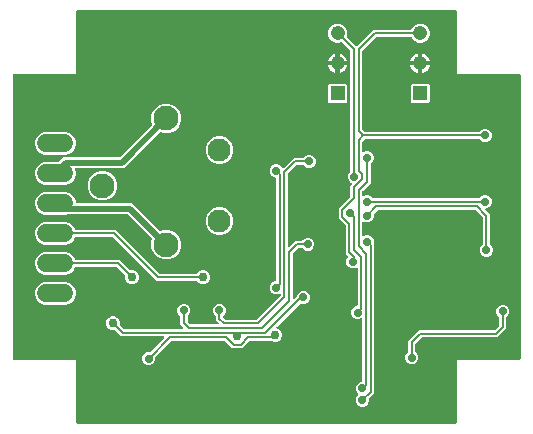
<source format=gbr>
G04 EAGLE Gerber RS-274X export*
G75*
%MOMM*%
%FSLAX34Y34*%
%LPD*%
%INBottom Copper*%
%IPPOS*%
%AMOC8*
5,1,8,0,0,1.08239X$1,22.5*%
G01*
%ADD10C,2.100000*%
%ADD11C,1.950000*%
%ADD12C,1.208000*%
%ADD13R,1.208000X1.208000*%
%ADD14C,1.524000*%
%ADD15C,0.700000*%
%ADD16C,0.900000*%
%ADD17C,0.200000*%
%ADD18C,0.750000*%
%ADD19C,0.500000*%
%ADD20C,0.508000*%

G36*
X380064Y5010D02*
X380064Y5010D01*
X380128Y5009D01*
X380203Y5030D01*
X380279Y5041D01*
X380338Y5067D01*
X380400Y5084D01*
X380466Y5125D01*
X380536Y5157D01*
X380585Y5199D01*
X380640Y5232D01*
X380692Y5290D01*
X380750Y5340D01*
X380786Y5394D01*
X380829Y5442D01*
X380862Y5511D01*
X380905Y5576D01*
X380924Y5638D01*
X380952Y5695D01*
X380963Y5765D01*
X380987Y5846D01*
X380988Y5931D01*
X380999Y6000D01*
X380999Y59001D01*
X434000Y59001D01*
X434064Y59010D01*
X434128Y59009D01*
X434203Y59030D01*
X434279Y59041D01*
X434338Y59067D01*
X434400Y59084D01*
X434466Y59125D01*
X434536Y59157D01*
X434585Y59199D01*
X434640Y59232D01*
X434692Y59290D01*
X434750Y59340D01*
X434786Y59394D01*
X434829Y59442D01*
X434862Y59511D01*
X434905Y59576D01*
X434924Y59638D01*
X434952Y59695D01*
X434963Y59765D01*
X434987Y59846D01*
X434988Y59931D01*
X434999Y60000D01*
X434999Y300000D01*
X434990Y300064D01*
X434991Y300128D01*
X434970Y300203D01*
X434959Y300279D01*
X434933Y300338D01*
X434916Y300400D01*
X434875Y300466D01*
X434843Y300536D01*
X434801Y300585D01*
X434768Y300640D01*
X434710Y300692D01*
X434660Y300750D01*
X434606Y300786D01*
X434558Y300829D01*
X434489Y300862D01*
X434424Y300905D01*
X434362Y300924D01*
X434305Y300952D01*
X434235Y300963D01*
X434154Y300987D01*
X434069Y300988D01*
X434000Y300999D01*
X380999Y300999D01*
X380999Y354000D01*
X380990Y354064D01*
X380991Y354128D01*
X380970Y354203D01*
X380959Y354279D01*
X380933Y354338D01*
X380916Y354400D01*
X380875Y354466D01*
X380843Y354536D01*
X380801Y354585D01*
X380768Y354640D01*
X380710Y354692D01*
X380660Y354750D01*
X380606Y354786D01*
X380558Y354829D01*
X380489Y354862D01*
X380424Y354905D01*
X380362Y354924D01*
X380305Y354952D01*
X380235Y354963D01*
X380154Y354987D01*
X380069Y354988D01*
X380000Y354999D01*
X60000Y354999D01*
X59936Y354990D01*
X59872Y354991D01*
X59797Y354970D01*
X59721Y354959D01*
X59662Y354933D01*
X59600Y354916D01*
X59534Y354875D01*
X59464Y354843D01*
X59415Y354801D01*
X59360Y354768D01*
X59308Y354710D01*
X59250Y354660D01*
X59214Y354606D01*
X59171Y354558D01*
X59138Y354489D01*
X59095Y354424D01*
X59076Y354362D01*
X59048Y354305D01*
X59037Y354235D01*
X59013Y354154D01*
X59012Y354069D01*
X59001Y354000D01*
X59001Y300999D01*
X6000Y300999D01*
X5936Y300990D01*
X5872Y300991D01*
X5797Y300970D01*
X5721Y300959D01*
X5662Y300933D01*
X5600Y300916D01*
X5534Y300875D01*
X5464Y300843D01*
X5415Y300801D01*
X5360Y300768D01*
X5308Y300710D01*
X5250Y300660D01*
X5214Y300606D01*
X5171Y300558D01*
X5138Y300489D01*
X5095Y300424D01*
X5076Y300362D01*
X5048Y300305D01*
X5037Y300235D01*
X5013Y300154D01*
X5012Y300069D01*
X5001Y300000D01*
X5001Y60000D01*
X5010Y59936D01*
X5009Y59872D01*
X5030Y59797D01*
X5041Y59721D01*
X5067Y59662D01*
X5084Y59600D01*
X5125Y59534D01*
X5157Y59464D01*
X5199Y59415D01*
X5232Y59360D01*
X5290Y59308D01*
X5340Y59250D01*
X5394Y59214D01*
X5442Y59171D01*
X5511Y59138D01*
X5576Y59095D01*
X5638Y59076D01*
X5695Y59048D01*
X5765Y59037D01*
X5846Y59013D01*
X5931Y59012D01*
X6000Y59001D01*
X59001Y59001D01*
X59001Y6000D01*
X59010Y5936D01*
X59009Y5872D01*
X59030Y5797D01*
X59041Y5721D01*
X59067Y5662D01*
X59084Y5600D01*
X59125Y5534D01*
X59157Y5464D01*
X59199Y5415D01*
X59232Y5360D01*
X59290Y5308D01*
X59340Y5250D01*
X59394Y5214D01*
X59442Y5171D01*
X59511Y5138D01*
X59576Y5095D01*
X59638Y5076D01*
X59695Y5048D01*
X59765Y5037D01*
X59846Y5013D01*
X59931Y5012D01*
X60000Y5001D01*
X380000Y5001D01*
X380064Y5010D01*
G37*
%LPC*%
G36*
X299906Y19499D02*
X299906Y19499D01*
X297884Y20337D01*
X296337Y21884D01*
X295499Y23906D01*
X295499Y26094D01*
X296337Y28116D01*
X297514Y29293D01*
X297528Y29312D01*
X297540Y29322D01*
X297559Y29350D01*
X297599Y29390D01*
X297637Y29457D01*
X297684Y29519D01*
X297706Y29579D01*
X297738Y29635D01*
X297756Y29710D01*
X297783Y29783D01*
X297788Y29847D01*
X297803Y29910D01*
X297799Y29987D01*
X297805Y30064D01*
X297792Y30127D01*
X297788Y30191D01*
X297763Y30264D01*
X297747Y30340D01*
X297717Y30397D01*
X297696Y30458D01*
X297655Y30514D01*
X297615Y30589D01*
X297556Y30650D01*
X297514Y30707D01*
X296337Y31884D01*
X295499Y33906D01*
X295499Y36094D01*
X296337Y38116D01*
X297884Y39663D01*
X299906Y40501D01*
X300000Y40501D01*
X300064Y40510D01*
X300128Y40509D01*
X300203Y40530D01*
X300279Y40541D01*
X300338Y40567D01*
X300400Y40584D01*
X300466Y40625D01*
X300536Y40657D01*
X300585Y40699D01*
X300640Y40732D01*
X300692Y40790D01*
X300750Y40840D01*
X300786Y40894D01*
X300829Y40942D01*
X300862Y41011D01*
X300905Y41076D01*
X300924Y41138D01*
X300952Y41195D01*
X300963Y41265D01*
X300987Y41346D01*
X300988Y41431D01*
X300999Y41500D01*
X300999Y93207D01*
X300983Y93324D01*
X300971Y93443D01*
X300963Y93464D01*
X300959Y93486D01*
X300911Y93594D01*
X300867Y93704D01*
X300853Y93722D01*
X300843Y93743D01*
X300766Y93833D01*
X300693Y93927D01*
X300675Y93940D01*
X300660Y93958D01*
X300560Y94023D01*
X300464Y94092D01*
X300443Y94099D01*
X300424Y94112D01*
X300310Y94147D01*
X300199Y94186D01*
X300176Y94188D01*
X300154Y94194D01*
X300036Y94196D01*
X299917Y94203D01*
X299896Y94198D01*
X299872Y94198D01*
X299693Y94148D01*
X299618Y94130D01*
X298094Y93499D01*
X295906Y93499D01*
X293884Y94337D01*
X292337Y95884D01*
X291499Y97906D01*
X291499Y100094D01*
X292337Y102116D01*
X293884Y103663D01*
X295906Y104501D01*
X296000Y104501D01*
X296064Y104510D01*
X296128Y104509D01*
X296203Y104530D01*
X296279Y104541D01*
X296338Y104567D01*
X296400Y104584D01*
X296466Y104625D01*
X296536Y104657D01*
X296585Y104699D01*
X296640Y104732D01*
X296692Y104790D01*
X296750Y104840D01*
X296786Y104894D01*
X296829Y104942D01*
X296862Y105011D01*
X296905Y105076D01*
X296924Y105138D01*
X296952Y105195D01*
X296963Y105265D01*
X296987Y105346D01*
X296988Y105431D01*
X296999Y105500D01*
X296999Y136207D01*
X296983Y136324D01*
X296971Y136443D01*
X296963Y136464D01*
X296959Y136486D01*
X296911Y136594D01*
X296867Y136704D01*
X296853Y136722D01*
X296843Y136743D01*
X296766Y136833D01*
X296693Y136927D01*
X296675Y136940D01*
X296660Y136958D01*
X296560Y137023D01*
X296464Y137092D01*
X296443Y137099D01*
X296424Y137112D01*
X296310Y137147D01*
X296199Y137186D01*
X296176Y137188D01*
X296154Y137194D01*
X296036Y137196D01*
X295917Y137203D01*
X295896Y137198D01*
X295872Y137198D01*
X295693Y137148D01*
X295618Y137130D01*
X294094Y136499D01*
X291906Y136499D01*
X289884Y137337D01*
X288337Y138884D01*
X287499Y140906D01*
X287499Y143094D01*
X288337Y145116D01*
X288782Y145561D01*
X288821Y145613D01*
X288867Y145657D01*
X288905Y145725D01*
X288951Y145787D01*
X288974Y145847D01*
X289006Y145903D01*
X289023Y145978D01*
X289051Y146051D01*
X289056Y146115D01*
X289071Y146177D01*
X289067Y146255D01*
X289073Y146332D01*
X289059Y146395D01*
X289056Y146459D01*
X289031Y146532D01*
X289015Y146608D01*
X288985Y146665D01*
X288964Y146725D01*
X288922Y146782D01*
X288883Y146857D01*
X288823Y146918D01*
X288782Y146974D01*
X286999Y148757D01*
X286999Y172343D01*
X286986Y172438D01*
X286981Y172534D01*
X286966Y172577D01*
X286959Y172622D01*
X286920Y172710D01*
X286888Y172801D01*
X286863Y172835D01*
X286843Y172879D01*
X286760Y172977D01*
X286707Y173050D01*
X280999Y178757D01*
X280999Y187243D01*
X290707Y196950D01*
X290764Y197027D01*
X290829Y197098D01*
X290849Y197139D01*
X290876Y197176D01*
X290910Y197266D01*
X290952Y197352D01*
X290958Y197394D01*
X290975Y197440D01*
X290985Y197567D01*
X290999Y197657D01*
X290999Y206243D01*
X292096Y207339D01*
X292167Y207434D01*
X292242Y207526D01*
X292251Y207547D01*
X292265Y207565D01*
X292307Y207676D01*
X292354Y207785D01*
X292356Y207807D01*
X292364Y207829D01*
X292374Y207947D01*
X292388Y208065D01*
X292385Y208087D01*
X292386Y208110D01*
X292362Y208226D01*
X292343Y208343D01*
X292333Y208364D01*
X292329Y208386D01*
X292273Y208491D01*
X292222Y208598D01*
X292207Y208615D01*
X292196Y208635D01*
X292113Y208720D01*
X292035Y208809D01*
X292016Y208820D01*
X291999Y208837D01*
X291837Y208929D01*
X291771Y208969D01*
X290884Y209337D01*
X289337Y210884D01*
X288499Y212906D01*
X288499Y215094D01*
X289337Y217116D01*
X290707Y218486D01*
X290764Y218563D01*
X290829Y218634D01*
X290849Y218675D01*
X290876Y218711D01*
X290910Y218801D01*
X290952Y218888D01*
X290958Y218930D01*
X290975Y218975D01*
X290985Y219103D01*
X290999Y219192D01*
X290999Y320343D01*
X290986Y320438D01*
X290981Y320534D01*
X290966Y320577D01*
X290959Y320622D01*
X290920Y320710D01*
X290888Y320801D01*
X290863Y320835D01*
X290843Y320879D01*
X290760Y320977D01*
X290707Y321050D01*
X284050Y327707D01*
X284042Y327712D01*
X284036Y327720D01*
X283929Y327797D01*
X283824Y327876D01*
X283815Y327879D01*
X283808Y327885D01*
X283684Y327929D01*
X283560Y327975D01*
X283551Y327976D01*
X283542Y327979D01*
X283410Y327987D01*
X283279Y327997D01*
X283270Y327995D01*
X283260Y327996D01*
X283185Y327978D01*
X283003Y327940D01*
X282982Y327928D01*
X282961Y327923D01*
X281599Y327359D01*
X278401Y327359D01*
X275445Y328583D01*
X273183Y330845D01*
X271959Y333801D01*
X271959Y336999D01*
X273183Y339955D01*
X275445Y342217D01*
X278401Y343441D01*
X281599Y343441D01*
X284555Y342217D01*
X286817Y339955D01*
X288041Y336999D01*
X288041Y333801D01*
X287828Y333288D01*
X287826Y333279D01*
X287821Y333270D01*
X287791Y333141D01*
X287758Y333015D01*
X287759Y333005D01*
X287756Y332996D01*
X287763Y332863D01*
X287767Y332733D01*
X287770Y332724D01*
X287771Y332714D01*
X287814Y332590D01*
X287855Y332465D01*
X287860Y332457D01*
X287863Y332448D01*
X287908Y332386D01*
X288014Y332232D01*
X288032Y332216D01*
X288045Y332199D01*
X295293Y324950D01*
X295345Y324912D01*
X295390Y324866D01*
X295457Y324827D01*
X295519Y324781D01*
X295579Y324758D01*
X295635Y324727D01*
X295710Y324709D01*
X295783Y324681D01*
X295847Y324676D01*
X295909Y324662D01*
X295987Y324666D01*
X296064Y324660D01*
X296127Y324673D01*
X296191Y324676D01*
X296264Y324701D01*
X296340Y324717D01*
X296397Y324747D01*
X296458Y324769D01*
X296514Y324810D01*
X296589Y324850D01*
X296650Y324909D01*
X296707Y324950D01*
X310157Y338401D01*
X341872Y338401D01*
X341881Y338402D01*
X341891Y338401D01*
X342021Y338422D01*
X342151Y338441D01*
X342160Y338444D01*
X342169Y338446D01*
X342289Y338503D01*
X342408Y338557D01*
X342415Y338563D01*
X342424Y338567D01*
X342523Y338655D01*
X342622Y338740D01*
X342628Y338748D01*
X342635Y338754D01*
X342675Y338820D01*
X342777Y338976D01*
X342784Y338999D01*
X342795Y339018D01*
X343183Y339955D01*
X345445Y342217D01*
X348401Y343441D01*
X351599Y343441D01*
X354555Y342217D01*
X356817Y339955D01*
X358041Y336999D01*
X358041Y333801D01*
X356817Y330845D01*
X354555Y328583D01*
X351599Y327359D01*
X348401Y327359D01*
X345445Y328583D01*
X343183Y330845D01*
X342795Y331782D01*
X342790Y331791D01*
X342788Y331800D01*
X342718Y331912D01*
X342652Y332025D01*
X342645Y332032D01*
X342640Y332040D01*
X342542Y332128D01*
X342446Y332218D01*
X342437Y332222D01*
X342430Y332229D01*
X342312Y332286D01*
X342194Y332346D01*
X342185Y332348D01*
X342177Y332352D01*
X342101Y332364D01*
X341917Y332398D01*
X341893Y332396D01*
X341872Y332399D01*
X313057Y332399D01*
X312962Y332386D01*
X312866Y332381D01*
X312823Y332366D01*
X312778Y332359D01*
X312690Y332320D01*
X312599Y332288D01*
X312565Y332263D01*
X312521Y332243D01*
X312423Y332160D01*
X312350Y332107D01*
X301293Y321050D01*
X301236Y320973D01*
X301171Y320902D01*
X301151Y320861D01*
X301124Y320824D01*
X301090Y320734D01*
X301048Y320648D01*
X301042Y320606D01*
X301025Y320560D01*
X301015Y320433D01*
X301001Y320343D01*
X301001Y254657D01*
X301014Y254562D01*
X301019Y254466D01*
X301034Y254423D01*
X301041Y254378D01*
X301080Y254290D01*
X301112Y254199D01*
X301137Y254165D01*
X301157Y254121D01*
X301240Y254024D01*
X301293Y253950D01*
X302950Y252293D01*
X303027Y252236D01*
X303098Y252171D01*
X303139Y252151D01*
X303176Y252124D01*
X303266Y252090D01*
X303352Y252048D01*
X303394Y252042D01*
X303440Y252025D01*
X303567Y252015D01*
X303657Y252001D01*
X399808Y252001D01*
X399903Y252014D01*
X399999Y252019D01*
X400042Y252034D01*
X400087Y252041D01*
X400174Y252080D01*
X400265Y252112D01*
X400300Y252137D01*
X400344Y252157D01*
X400441Y252240D01*
X400514Y252293D01*
X401884Y253663D01*
X403906Y254501D01*
X406094Y254501D01*
X408116Y253663D01*
X409663Y252116D01*
X410501Y250094D01*
X410501Y247906D01*
X409663Y245884D01*
X408116Y244337D01*
X406094Y243499D01*
X403906Y243499D01*
X401884Y244337D01*
X400514Y245707D01*
X400437Y245764D01*
X400366Y245829D01*
X400325Y245849D01*
X400289Y245876D01*
X400199Y245910D01*
X400112Y245952D01*
X400070Y245958D01*
X400025Y245975D01*
X399897Y245985D01*
X399808Y245999D01*
X303657Y245999D01*
X303562Y245986D01*
X303466Y245981D01*
X303423Y245966D01*
X303378Y245959D01*
X303290Y245920D01*
X303199Y245888D01*
X303165Y245863D01*
X303121Y245843D01*
X303023Y245760D01*
X302950Y245707D01*
X301293Y244050D01*
X301236Y243973D01*
X301171Y243902D01*
X301151Y243861D01*
X301124Y243824D01*
X301090Y243734D01*
X301048Y243648D01*
X301042Y243606D01*
X301025Y243560D01*
X301015Y243433D01*
X301001Y243343D01*
X301001Y235793D01*
X301009Y235732D01*
X301009Y235700D01*
X301018Y235665D01*
X301029Y235557D01*
X301037Y235536D01*
X301041Y235514D01*
X301089Y235406D01*
X301133Y235296D01*
X301147Y235278D01*
X301157Y235257D01*
X301234Y235167D01*
X301307Y235073D01*
X301325Y235060D01*
X301340Y235042D01*
X301440Y234977D01*
X301536Y234908D01*
X301557Y234901D01*
X301576Y234888D01*
X301690Y234853D01*
X301801Y234814D01*
X301824Y234812D01*
X301846Y234806D01*
X301964Y234804D01*
X302083Y234797D01*
X302104Y234802D01*
X302128Y234802D01*
X302307Y234852D01*
X302382Y234870D01*
X303906Y235501D01*
X306094Y235501D01*
X308116Y234663D01*
X309663Y233116D01*
X310501Y231094D01*
X310501Y228906D01*
X309663Y226884D01*
X308293Y225514D01*
X308283Y225500D01*
X308278Y225496D01*
X308266Y225477D01*
X308236Y225437D01*
X308171Y225366D01*
X308151Y225325D01*
X308124Y225289D01*
X308090Y225199D01*
X308048Y225112D01*
X308042Y225070D01*
X308025Y225025D01*
X308015Y224897D01*
X308001Y224808D01*
X308001Y208757D01*
X301293Y202050D01*
X301236Y201973D01*
X301171Y201902D01*
X301151Y201861D01*
X301124Y201824D01*
X301090Y201734D01*
X301048Y201648D01*
X301042Y201606D01*
X301025Y201560D01*
X301015Y201433D01*
X301001Y201343D01*
X301001Y198793D01*
X301009Y198735D01*
X301009Y198727D01*
X301011Y198719D01*
X301017Y198676D01*
X301029Y198557D01*
X301037Y198536D01*
X301041Y198514D01*
X301089Y198406D01*
X301133Y198295D01*
X301147Y198277D01*
X301157Y198257D01*
X301234Y198167D01*
X301307Y198073D01*
X301325Y198060D01*
X301340Y198042D01*
X301440Y197977D01*
X301536Y197908D01*
X301557Y197900D01*
X301576Y197888D01*
X301690Y197853D01*
X301801Y197814D01*
X301824Y197812D01*
X301846Y197806D01*
X301964Y197804D01*
X302083Y197797D01*
X302104Y197802D01*
X302128Y197802D01*
X302307Y197852D01*
X302382Y197870D01*
X303906Y198501D01*
X306094Y198501D01*
X308116Y197663D01*
X309486Y196293D01*
X309563Y196236D01*
X309634Y196171D01*
X309675Y196151D01*
X309711Y196124D01*
X309801Y196090D01*
X309888Y196048D01*
X309930Y196042D01*
X309975Y196025D01*
X310103Y196015D01*
X310192Y196001D01*
X399808Y196001D01*
X399903Y196014D01*
X399999Y196019D01*
X400042Y196034D01*
X400087Y196041D01*
X400174Y196080D01*
X400265Y196112D01*
X400300Y196137D01*
X400344Y196157D01*
X400441Y196240D01*
X400514Y196293D01*
X401884Y197663D01*
X403906Y198501D01*
X406094Y198501D01*
X408116Y197663D01*
X409663Y196116D01*
X410501Y194094D01*
X410501Y191906D01*
X409663Y189884D01*
X408116Y188337D01*
X406086Y187496D01*
X405986Y187475D01*
X405878Y187459D01*
X405848Y187446D01*
X405817Y187440D01*
X405720Y187388D01*
X405621Y187343D01*
X405596Y187322D01*
X405568Y187307D01*
X405489Y187231D01*
X405406Y187160D01*
X405389Y187133D01*
X405366Y187110D01*
X405312Y187015D01*
X405252Y186924D01*
X405242Y186893D01*
X405227Y186865D01*
X405201Y186759D01*
X405170Y186654D01*
X405169Y186622D01*
X405162Y186591D01*
X405167Y186481D01*
X405166Y186372D01*
X405174Y186341D01*
X405176Y186309D01*
X405212Y186206D01*
X405241Y186100D01*
X405258Y186073D01*
X405268Y186042D01*
X405322Y185969D01*
X405389Y185860D01*
X405425Y185828D01*
X405450Y185793D01*
X409001Y182243D01*
X409001Y157192D01*
X409014Y157097D01*
X409019Y157001D01*
X409034Y156958D01*
X409041Y156913D01*
X409080Y156826D01*
X409112Y156735D01*
X409137Y156700D01*
X409157Y156656D01*
X409240Y156559D01*
X409293Y156486D01*
X410663Y155116D01*
X411501Y153094D01*
X411501Y150906D01*
X410663Y148884D01*
X409116Y147337D01*
X407094Y146499D01*
X404906Y146499D01*
X402884Y147337D01*
X401337Y148884D01*
X400499Y150906D01*
X400499Y153094D01*
X401337Y155116D01*
X402707Y156486D01*
X402764Y156563D01*
X402829Y156634D01*
X402849Y156675D01*
X402876Y156711D01*
X402910Y156801D01*
X402952Y156888D01*
X402958Y156930D01*
X402975Y156975D01*
X402985Y157103D01*
X402999Y157192D01*
X402999Y179343D01*
X402986Y179438D01*
X402981Y179534D01*
X402966Y179577D01*
X402959Y179622D01*
X402920Y179710D01*
X402888Y179801D01*
X402863Y179835D01*
X402843Y179879D01*
X402760Y179977D01*
X402707Y180050D01*
X397050Y185707D01*
X396973Y185764D01*
X396902Y185829D01*
X396861Y185849D01*
X396824Y185876D01*
X396734Y185910D01*
X396648Y185952D01*
X396606Y185958D01*
X396560Y185975D01*
X396433Y185985D01*
X396343Y185999D01*
X314657Y185999D01*
X314562Y185986D01*
X314466Y185981D01*
X314423Y185966D01*
X314378Y185959D01*
X314290Y185920D01*
X314199Y185888D01*
X314165Y185863D01*
X314121Y185843D01*
X314023Y185760D01*
X313950Y185707D01*
X310793Y182550D01*
X310782Y182534D01*
X310774Y182528D01*
X310757Y182501D01*
X310736Y182473D01*
X310671Y182402D01*
X310651Y182361D01*
X310624Y182324D01*
X310590Y182234D01*
X310548Y182148D01*
X310542Y182106D01*
X310525Y182060D01*
X310515Y181933D01*
X310501Y181843D01*
X310501Y179906D01*
X309663Y177884D01*
X308116Y176337D01*
X306094Y175499D01*
X303906Y175499D01*
X302382Y176130D01*
X302268Y176160D01*
X302154Y176194D01*
X302131Y176195D01*
X302109Y176200D01*
X301991Y176197D01*
X301872Y176198D01*
X301850Y176192D01*
X301827Y176191D01*
X301715Y176155D01*
X301600Y176123D01*
X301581Y176111D01*
X301559Y176104D01*
X301461Y176037D01*
X301360Y175975D01*
X301345Y175958D01*
X301326Y175945D01*
X301251Y175853D01*
X301171Y175766D01*
X301161Y175745D01*
X301147Y175727D01*
X301100Y175618D01*
X301048Y175512D01*
X301045Y175490D01*
X301035Y175468D01*
X301013Y175284D01*
X301001Y175207D01*
X301001Y164793D01*
X301017Y164676D01*
X301029Y164557D01*
X301037Y164536D01*
X301041Y164514D01*
X301089Y164406D01*
X301133Y164296D01*
X301147Y164278D01*
X301157Y164257D01*
X301234Y164167D01*
X301307Y164073D01*
X301325Y164060D01*
X301340Y164042D01*
X301440Y163977D01*
X301536Y163908D01*
X301557Y163901D01*
X301576Y163888D01*
X301690Y163853D01*
X301801Y163814D01*
X301824Y163812D01*
X301846Y163806D01*
X301964Y163804D01*
X302083Y163797D01*
X302104Y163802D01*
X302128Y163802D01*
X302307Y163852D01*
X302382Y163870D01*
X303906Y164501D01*
X306094Y164501D01*
X308116Y163663D01*
X309663Y162116D01*
X310501Y160094D01*
X310501Y158157D01*
X310514Y158062D01*
X310519Y157966D01*
X310534Y157923D01*
X310541Y157878D01*
X310580Y157790D01*
X310612Y157699D01*
X310637Y157665D01*
X310657Y157621D01*
X310740Y157523D01*
X310793Y157450D01*
X311001Y157243D01*
X311001Y30757D01*
X306793Y26550D01*
X306736Y26473D01*
X306671Y26402D01*
X306651Y26361D01*
X306624Y26324D01*
X306590Y26234D01*
X306548Y26148D01*
X306542Y26106D01*
X306525Y26060D01*
X306515Y25933D01*
X306501Y25843D01*
X306501Y23906D01*
X305663Y21884D01*
X304116Y20337D01*
X302094Y19499D01*
X299906Y19499D01*
G37*
%LPD*%
%LPC*%
G36*
X118906Y54499D02*
X118906Y54499D01*
X116884Y55337D01*
X115337Y56884D01*
X114499Y58906D01*
X114499Y61094D01*
X115337Y63116D01*
X116884Y64663D01*
X118906Y65501D01*
X120843Y65501D01*
X120938Y65514D01*
X121034Y65519D01*
X121077Y65534D01*
X121122Y65541D01*
X121210Y65580D01*
X121301Y65612D01*
X121335Y65637D01*
X121379Y65657D01*
X121477Y65740D01*
X121550Y65793D01*
X133050Y77293D01*
X133069Y77319D01*
X133094Y77340D01*
X133154Y77432D01*
X133219Y77519D01*
X133230Y77549D01*
X133248Y77576D01*
X133280Y77681D01*
X133319Y77783D01*
X133321Y77815D01*
X133330Y77846D01*
X133332Y77955D01*
X133340Y78064D01*
X133334Y78096D01*
X133334Y78128D01*
X133305Y78233D01*
X133283Y78340D01*
X133268Y78369D01*
X133259Y78400D01*
X133202Y78493D01*
X133150Y78589D01*
X133128Y78612D01*
X133111Y78640D01*
X133030Y78713D01*
X132954Y78791D01*
X132926Y78807D01*
X132902Y78829D01*
X132803Y78876D01*
X132708Y78930D01*
X132677Y78938D01*
X132648Y78952D01*
X132559Y78966D01*
X132434Y78995D01*
X132385Y78993D01*
X132343Y78999D01*
X96757Y78999D01*
X91800Y83957D01*
X91723Y84014D01*
X91652Y84079D01*
X91611Y84099D01*
X91574Y84126D01*
X91484Y84160D01*
X91398Y84202D01*
X91356Y84208D01*
X91310Y84225D01*
X91183Y84235D01*
X91093Y84249D01*
X88856Y84249D01*
X86742Y85125D01*
X85125Y86742D01*
X84249Y88856D01*
X84249Y91144D01*
X85125Y93258D01*
X86742Y94875D01*
X88856Y95751D01*
X91144Y95751D01*
X93258Y94875D01*
X94875Y93258D01*
X95751Y91144D01*
X95751Y88907D01*
X95759Y88846D01*
X95759Y88810D01*
X95766Y88786D01*
X95769Y88716D01*
X95784Y88673D01*
X95791Y88628D01*
X95830Y88540D01*
X95862Y88449D01*
X95887Y88415D01*
X95907Y88371D01*
X95990Y88273D01*
X96043Y88200D01*
X98950Y85293D01*
X99027Y85236D01*
X99098Y85171D01*
X99139Y85151D01*
X99176Y85124D01*
X99266Y85090D01*
X99352Y85048D01*
X99394Y85042D01*
X99440Y85025D01*
X99567Y85015D01*
X99657Y85001D01*
X148343Y85001D01*
X148375Y85005D01*
X148407Y85003D01*
X148426Y85007D01*
X148446Y85006D01*
X148533Y85028D01*
X148622Y85041D01*
X148652Y85054D01*
X148683Y85060D01*
X148700Y85069D01*
X148719Y85074D01*
X148797Y85120D01*
X148879Y85157D01*
X148904Y85178D01*
X148932Y85193D01*
X148946Y85206D01*
X148963Y85216D01*
X149025Y85282D01*
X149094Y85340D01*
X149111Y85367D01*
X149134Y85390D01*
X149144Y85406D01*
X149157Y85421D01*
X149199Y85501D01*
X149248Y85576D01*
X149258Y85607D01*
X149273Y85635D01*
X149278Y85654D01*
X149287Y85671D01*
X149304Y85760D01*
X149330Y85846D01*
X149331Y85878D01*
X149338Y85909D01*
X149337Y85929D01*
X149341Y85948D01*
X149333Y86038D01*
X149334Y86128D01*
X149326Y86159D01*
X149324Y86191D01*
X149318Y86209D01*
X149316Y86229D01*
X149283Y86313D01*
X149259Y86400D01*
X149242Y86427D01*
X149231Y86458D01*
X149221Y86472D01*
X149213Y86491D01*
X149158Y86563D01*
X149111Y86640D01*
X149075Y86672D01*
X149050Y86707D01*
X146999Y88757D01*
X146999Y95808D01*
X146986Y95903D01*
X146981Y95999D01*
X146966Y96042D01*
X146959Y96087D01*
X146920Y96174D01*
X146888Y96265D01*
X146863Y96300D01*
X146843Y96344D01*
X146760Y96441D01*
X146707Y96514D01*
X145337Y97884D01*
X144499Y99906D01*
X144499Y102094D01*
X145337Y104116D01*
X146884Y105663D01*
X148906Y106501D01*
X151094Y106501D01*
X153116Y105663D01*
X154663Y104116D01*
X155501Y102094D01*
X155501Y99906D01*
X154663Y97884D01*
X153293Y96514D01*
X153236Y96437D01*
X153171Y96366D01*
X153151Y96325D01*
X153124Y96289D01*
X153090Y96199D01*
X153048Y96112D01*
X153042Y96070D01*
X153025Y96025D01*
X153015Y95897D01*
X153001Y95808D01*
X153001Y91657D01*
X153014Y91562D01*
X153019Y91466D01*
X153034Y91423D01*
X153041Y91378D01*
X153080Y91290D01*
X153112Y91199D01*
X153137Y91165D01*
X153157Y91121D01*
X153240Y91023D01*
X153293Y90950D01*
X154950Y89293D01*
X155027Y89236D01*
X155098Y89171D01*
X155139Y89151D01*
X155176Y89124D01*
X155266Y89090D01*
X155352Y89048D01*
X155394Y89042D01*
X155440Y89025D01*
X155567Y89015D01*
X155657Y89001D01*
X178343Y89001D01*
X178375Y89005D01*
X178407Y89003D01*
X178514Y89025D01*
X178622Y89041D01*
X178652Y89054D01*
X178683Y89060D01*
X178780Y89112D01*
X178879Y89157D01*
X178904Y89178D01*
X178932Y89193D01*
X179011Y89269D01*
X179094Y89340D01*
X179111Y89367D01*
X179134Y89390D01*
X179188Y89485D01*
X179248Y89576D01*
X179258Y89607D01*
X179273Y89635D01*
X179299Y89741D01*
X179330Y89846D01*
X179331Y89878D01*
X179338Y89909D01*
X179333Y90019D01*
X179334Y90128D01*
X179326Y90159D01*
X179324Y90191D01*
X179288Y90294D01*
X179259Y90400D01*
X179242Y90427D01*
X179232Y90458D01*
X179178Y90531D01*
X179111Y90640D01*
X179075Y90672D01*
X179050Y90707D01*
X176999Y92757D01*
X176999Y95808D01*
X176986Y95903D01*
X176981Y95999D01*
X176966Y96042D01*
X176959Y96087D01*
X176920Y96174D01*
X176888Y96265D01*
X176863Y96300D01*
X176843Y96344D01*
X176760Y96441D01*
X176707Y96514D01*
X175337Y97884D01*
X174499Y99906D01*
X174499Y102094D01*
X175337Y104116D01*
X176884Y105663D01*
X178906Y106501D01*
X181094Y106501D01*
X183116Y105663D01*
X184663Y104116D01*
X185501Y102094D01*
X185501Y99906D01*
X184663Y97884D01*
X183293Y96514D01*
X183236Y96437D01*
X183171Y96366D01*
X183151Y96325D01*
X183124Y96289D01*
X183090Y96199D01*
X183048Y96112D01*
X183042Y96070D01*
X183025Y96025D01*
X183015Y95897D01*
X183001Y95808D01*
X183001Y95657D01*
X183014Y95562D01*
X183019Y95466D01*
X183034Y95423D01*
X183041Y95378D01*
X183080Y95290D01*
X183112Y95199D01*
X183137Y95165D01*
X183157Y95121D01*
X183240Y95023D01*
X183293Y94950D01*
X184950Y93293D01*
X185027Y93236D01*
X185098Y93171D01*
X185139Y93151D01*
X185176Y93124D01*
X185266Y93090D01*
X185352Y93048D01*
X185394Y93042D01*
X185440Y93025D01*
X185567Y93015D01*
X185657Y93001D01*
X211343Y93001D01*
X211438Y93014D01*
X211534Y93019D01*
X211577Y93034D01*
X211622Y93041D01*
X211710Y93080D01*
X211801Y93112D01*
X211835Y93137D01*
X211879Y93157D01*
X211977Y93240D01*
X212050Y93293D01*
X231707Y112950D01*
X231764Y113027D01*
X231829Y113098D01*
X231849Y113139D01*
X231876Y113176D01*
X231910Y113266D01*
X231952Y113352D01*
X231958Y113394D01*
X231975Y113440D01*
X231985Y113567D01*
X231999Y113657D01*
X231999Y114207D01*
X231983Y114324D01*
X231971Y114443D01*
X231963Y114464D01*
X231959Y114486D01*
X231911Y114594D01*
X231867Y114705D01*
X231853Y114723D01*
X231843Y114743D01*
X231766Y114833D01*
X231693Y114927D01*
X231675Y114940D01*
X231660Y114958D01*
X231560Y115023D01*
X231464Y115092D01*
X231443Y115100D01*
X231424Y115112D01*
X231310Y115147D01*
X231199Y115186D01*
X231176Y115188D01*
X231154Y115194D01*
X231036Y115196D01*
X230917Y115203D01*
X230896Y115198D01*
X230872Y115198D01*
X230693Y115148D01*
X230618Y115130D01*
X229094Y114499D01*
X226906Y114499D01*
X224884Y115337D01*
X223337Y116884D01*
X222499Y118906D01*
X222499Y121094D01*
X223337Y123116D01*
X224884Y124663D01*
X226906Y125501D01*
X227000Y125501D01*
X227064Y125510D01*
X227128Y125509D01*
X227203Y125530D01*
X227279Y125541D01*
X227338Y125567D01*
X227400Y125584D01*
X227466Y125625D01*
X227536Y125657D01*
X227585Y125699D01*
X227640Y125732D01*
X227692Y125790D01*
X227750Y125840D01*
X227786Y125894D01*
X227829Y125942D01*
X227862Y126011D01*
X227905Y126076D01*
X227924Y126138D01*
X227952Y126195D01*
X227963Y126265D01*
X227987Y126346D01*
X227988Y126431D01*
X227999Y126500D01*
X227999Y212500D01*
X227990Y212564D01*
X227991Y212628D01*
X227970Y212703D01*
X227959Y212779D01*
X227933Y212838D01*
X227916Y212900D01*
X227875Y212966D01*
X227843Y213036D01*
X227801Y213085D01*
X227768Y213140D01*
X227710Y213192D01*
X227660Y213250D01*
X227606Y213286D01*
X227558Y213329D01*
X227489Y213362D01*
X227424Y213405D01*
X227362Y213424D01*
X227305Y213452D01*
X227235Y213463D01*
X227154Y213487D01*
X227069Y213488D01*
X227000Y213499D01*
X226906Y213499D01*
X224884Y214337D01*
X223337Y215884D01*
X222499Y217906D01*
X222499Y220094D01*
X223337Y222116D01*
X224884Y223663D01*
X226906Y224501D01*
X229094Y224501D01*
X231116Y223663D01*
X232663Y222116D01*
X232738Y221936D01*
X232798Y221833D01*
X232854Y221729D01*
X232870Y221713D01*
X232882Y221693D01*
X232968Y221612D01*
X233051Y221527D01*
X233071Y221516D01*
X233087Y221500D01*
X233193Y221446D01*
X233296Y221388D01*
X233318Y221382D01*
X233339Y221372D01*
X233455Y221350D01*
X233571Y221323D01*
X233593Y221324D01*
X233616Y221320D01*
X233733Y221331D01*
X233852Y221337D01*
X233874Y221345D01*
X233897Y221347D01*
X234007Y221391D01*
X234119Y221430D01*
X234136Y221442D01*
X234159Y221451D01*
X234306Y221566D01*
X234368Y221611D01*
X242757Y230001D01*
X250808Y230001D01*
X250903Y230014D01*
X250999Y230019D01*
X251042Y230034D01*
X251087Y230041D01*
X251174Y230080D01*
X251265Y230112D01*
X251300Y230137D01*
X251344Y230157D01*
X251441Y230240D01*
X251514Y230293D01*
X252884Y231663D01*
X254906Y232501D01*
X257094Y232501D01*
X259116Y231663D01*
X260663Y230116D01*
X261501Y228094D01*
X261501Y225906D01*
X260663Y223884D01*
X259116Y222337D01*
X257094Y221499D01*
X254906Y221499D01*
X252884Y222337D01*
X251514Y223707D01*
X251437Y223764D01*
X251366Y223829D01*
X251325Y223849D01*
X251289Y223876D01*
X251199Y223910D01*
X251112Y223952D01*
X251070Y223958D01*
X251025Y223975D01*
X250897Y223985D01*
X250808Y223999D01*
X245657Y223999D01*
X245562Y223986D01*
X245466Y223981D01*
X245423Y223966D01*
X245378Y223959D01*
X245290Y223920D01*
X245199Y223888D01*
X245165Y223863D01*
X245121Y223843D01*
X245023Y223760D01*
X244950Y223707D01*
X238293Y217050D01*
X238236Y216973D01*
X238171Y216902D01*
X238151Y216861D01*
X238124Y216824D01*
X238090Y216734D01*
X238048Y216648D01*
X238042Y216606D01*
X238025Y216560D01*
X238015Y216433D01*
X238001Y216343D01*
X238001Y155657D01*
X238005Y155625D01*
X238003Y155593D01*
X238025Y155486D01*
X238041Y155378D01*
X238054Y155348D01*
X238060Y155317D01*
X238112Y155220D01*
X238157Y155121D01*
X238178Y155096D01*
X238193Y155068D01*
X238269Y154989D01*
X238340Y154906D01*
X238367Y154889D01*
X238390Y154866D01*
X238485Y154812D01*
X238576Y154752D01*
X238607Y154742D01*
X238635Y154727D01*
X238741Y154701D01*
X238846Y154670D01*
X238878Y154669D01*
X238909Y154662D01*
X239019Y154667D01*
X239128Y154666D01*
X239159Y154674D01*
X239191Y154676D01*
X239294Y154712D01*
X239400Y154741D01*
X239427Y154758D01*
X239458Y154768D01*
X239531Y154822D01*
X239640Y154889D01*
X239672Y154925D01*
X239707Y154950D01*
X242707Y157950D01*
X244757Y160001D01*
X249808Y160001D01*
X249903Y160014D01*
X249999Y160019D01*
X250042Y160034D01*
X250087Y160041D01*
X250174Y160080D01*
X250265Y160112D01*
X250300Y160137D01*
X250344Y160157D01*
X250441Y160240D01*
X250514Y160293D01*
X251884Y161663D01*
X253906Y162501D01*
X256094Y162501D01*
X258116Y161663D01*
X259663Y160116D01*
X260501Y158094D01*
X260501Y155906D01*
X259663Y153884D01*
X258116Y152337D01*
X256094Y151499D01*
X253906Y151499D01*
X251884Y152337D01*
X250514Y153707D01*
X250437Y153764D01*
X250366Y153829D01*
X250325Y153849D01*
X250289Y153876D01*
X250199Y153910D01*
X250112Y153952D01*
X250070Y153958D01*
X250025Y153975D01*
X249897Y153985D01*
X249808Y153999D01*
X247657Y153999D01*
X247562Y153986D01*
X247466Y153981D01*
X247423Y153966D01*
X247378Y153959D01*
X247290Y153920D01*
X247199Y153888D01*
X247165Y153863D01*
X247121Y153843D01*
X247023Y153760D01*
X246950Y153707D01*
X242293Y149050D01*
X242236Y148973D01*
X242171Y148902D01*
X242151Y148861D01*
X242124Y148824D01*
X242090Y148734D01*
X242048Y148648D01*
X242042Y148606D01*
X242025Y148560D01*
X242015Y148433D01*
X242001Y148343D01*
X242001Y111657D01*
X242005Y111625D01*
X242003Y111593D01*
X242025Y111486D01*
X242041Y111378D01*
X242054Y111348D01*
X242060Y111317D01*
X242112Y111220D01*
X242157Y111121D01*
X242178Y111096D01*
X242193Y111068D01*
X242269Y110989D01*
X242340Y110906D01*
X242367Y110889D01*
X242390Y110866D01*
X242485Y110812D01*
X242576Y110752D01*
X242607Y110742D01*
X242635Y110727D01*
X242741Y110701D01*
X242846Y110670D01*
X242878Y110669D01*
X242909Y110662D01*
X243019Y110667D01*
X243128Y110666D01*
X243159Y110674D01*
X243191Y110676D01*
X243294Y110712D01*
X243400Y110741D01*
X243427Y110758D01*
X243458Y110768D01*
X243531Y110822D01*
X243640Y110889D01*
X243672Y110925D01*
X243707Y110950D01*
X245207Y112450D01*
X245264Y112527D01*
X245329Y112598D01*
X245349Y112639D01*
X245376Y112676D01*
X245410Y112766D01*
X245452Y112852D01*
X245458Y112894D01*
X245475Y112940D01*
X245485Y113059D01*
X246337Y115116D01*
X247884Y116663D01*
X249906Y117501D01*
X252094Y117501D01*
X254116Y116663D01*
X255663Y115116D01*
X256501Y113094D01*
X256501Y110906D01*
X255663Y108884D01*
X254116Y107337D01*
X252094Y106499D01*
X249906Y106499D01*
X248993Y106877D01*
X248984Y106880D01*
X248976Y106884D01*
X248847Y106915D01*
X248720Y106947D01*
X248711Y106947D01*
X248701Y106949D01*
X248569Y106942D01*
X248438Y106938D01*
X248429Y106935D01*
X248420Y106935D01*
X248295Y106892D01*
X248170Y106851D01*
X248162Y106845D01*
X248153Y106842D01*
X248091Y106797D01*
X248055Y106773D01*
X248046Y106768D01*
X248033Y106757D01*
X247937Y106692D01*
X247922Y106673D01*
X247904Y106661D01*
X228389Y87145D01*
X228317Y87050D01*
X228242Y86959D01*
X228233Y86938D01*
X228219Y86919D01*
X228177Y86808D01*
X228131Y86699D01*
X228128Y86677D01*
X228120Y86655D01*
X228111Y86537D01*
X228096Y86420D01*
X228100Y86397D01*
X228098Y86374D01*
X228122Y86258D01*
X228141Y86141D01*
X228151Y86120D01*
X228156Y86098D01*
X228211Y85994D01*
X228262Y85886D01*
X228277Y85869D01*
X228288Y85849D01*
X228371Y85764D01*
X228450Y85676D01*
X228468Y85664D01*
X228485Y85647D01*
X228647Y85555D01*
X228713Y85515D01*
X230258Y84875D01*
X231875Y83258D01*
X232751Y81144D01*
X232751Y78856D01*
X231875Y76742D01*
X230258Y75125D01*
X228144Y74249D01*
X225856Y74249D01*
X224229Y74923D01*
X224189Y74934D01*
X224151Y74952D01*
X224066Y74965D01*
X223956Y74993D01*
X223897Y74991D01*
X223847Y74999D01*
X205657Y74999D01*
X205562Y74986D01*
X205466Y74981D01*
X205423Y74966D01*
X205378Y74959D01*
X205290Y74920D01*
X205199Y74888D01*
X205165Y74863D01*
X205121Y74843D01*
X205023Y74760D01*
X204950Y74707D01*
X199243Y68999D01*
X190757Y68999D01*
X185050Y74707D01*
X184973Y74764D01*
X184902Y74829D01*
X184861Y74849D01*
X184824Y74876D01*
X184734Y74910D01*
X184648Y74952D01*
X184606Y74958D01*
X184560Y74975D01*
X184433Y74985D01*
X184343Y74999D01*
X139657Y74999D01*
X139562Y74986D01*
X139466Y74981D01*
X139423Y74966D01*
X139378Y74959D01*
X139290Y74920D01*
X139199Y74888D01*
X139165Y74863D01*
X139121Y74843D01*
X139023Y74760D01*
X138950Y74707D01*
X125793Y61550D01*
X125736Y61473D01*
X125671Y61402D01*
X125651Y61361D01*
X125624Y61324D01*
X125590Y61234D01*
X125548Y61148D01*
X125542Y61106D01*
X125525Y61060D01*
X125515Y60933D01*
X125501Y60843D01*
X125501Y58906D01*
X124663Y56884D01*
X123116Y55337D01*
X121094Y54499D01*
X118906Y54499D01*
G37*
%LPD*%
%LPC*%
G36*
X31466Y207479D02*
X31466Y207479D01*
X27930Y208944D01*
X25224Y211650D01*
X23759Y215186D01*
X23759Y219014D01*
X25224Y222550D01*
X27930Y225256D01*
X31466Y226721D01*
X43785Y226721D01*
X43880Y226734D01*
X43976Y226739D01*
X44020Y226754D01*
X44065Y226761D01*
X44152Y226800D01*
X44243Y226832D01*
X44277Y226857D01*
X44321Y226877D01*
X44419Y226960D01*
X44492Y227013D01*
X48019Y230541D01*
X51975Y230541D01*
X52018Y230525D01*
X52145Y230515D01*
X52235Y230501D01*
X95222Y230501D01*
X95317Y230514D01*
X95413Y230519D01*
X95456Y230534D01*
X95501Y230541D01*
X95589Y230580D01*
X95679Y230612D01*
X95714Y230637D01*
X95758Y230657D01*
X95855Y230740D01*
X95928Y230793D01*
X123096Y257961D01*
X123102Y257969D01*
X123109Y257974D01*
X123186Y258081D01*
X123265Y258187D01*
X123269Y258195D01*
X123274Y258203D01*
X123318Y258326D01*
X123365Y258450D01*
X123366Y258460D01*
X123369Y258469D01*
X123376Y258600D01*
X123387Y258732D01*
X123385Y258741D01*
X123385Y258750D01*
X123367Y258826D01*
X123329Y259008D01*
X123318Y259029D01*
X123313Y259050D01*
X122499Y261013D01*
X122499Y265987D01*
X124402Y270581D01*
X127919Y274098D01*
X132513Y276001D01*
X137487Y276001D01*
X142081Y274098D01*
X145598Y270581D01*
X147501Y265987D01*
X147501Y261013D01*
X145598Y256419D01*
X142081Y252902D01*
X137487Y250999D01*
X132513Y250999D01*
X130550Y251813D01*
X130541Y251815D01*
X130533Y251820D01*
X130404Y251850D01*
X130277Y251883D01*
X130267Y251882D01*
X130258Y251885D01*
X130125Y251878D01*
X129995Y251874D01*
X129986Y251871D01*
X129976Y251870D01*
X129852Y251827D01*
X129727Y251786D01*
X129719Y251781D01*
X129710Y251778D01*
X129648Y251732D01*
X129494Y251627D01*
X129478Y251609D01*
X129461Y251596D01*
X102293Y224428D01*
X99364Y221499D01*
X58707Y221499D01*
X58589Y221483D01*
X58471Y221471D01*
X58450Y221463D01*
X58427Y221459D01*
X58320Y221411D01*
X58209Y221367D01*
X58191Y221353D01*
X58170Y221343D01*
X58081Y221266D01*
X57987Y221193D01*
X57974Y221175D01*
X57956Y221160D01*
X57891Y221060D01*
X57822Y220964D01*
X57814Y220943D01*
X57802Y220924D01*
X57767Y220810D01*
X57727Y220699D01*
X57726Y220676D01*
X57719Y220654D01*
X57718Y220536D01*
X57711Y220417D01*
X57716Y220396D01*
X57716Y220372D01*
X57765Y220193D01*
X57783Y220118D01*
X58241Y219014D01*
X58241Y215186D01*
X56776Y211650D01*
X54070Y208944D01*
X50534Y207479D01*
X31466Y207479D01*
G37*
%LPD*%
%LPC*%
G36*
X132513Y143999D02*
X132513Y143999D01*
X127919Y145902D01*
X124402Y149419D01*
X122499Y154013D01*
X122499Y158987D01*
X123313Y160950D01*
X123315Y160959D01*
X123320Y160967D01*
X123350Y161096D01*
X123383Y161223D01*
X123382Y161233D01*
X123385Y161242D01*
X123378Y161375D01*
X123374Y161505D01*
X123371Y161514D01*
X123370Y161524D01*
X123327Y161648D01*
X123286Y161773D01*
X123281Y161781D01*
X123278Y161790D01*
X123232Y161852D01*
X123127Y162006D01*
X123109Y162022D01*
X123096Y162039D01*
X102928Y182207D01*
X102852Y182264D01*
X102780Y182329D01*
X102739Y182349D01*
X102703Y182376D01*
X102613Y182410D01*
X102526Y182452D01*
X102484Y182458D01*
X102439Y182475D01*
X102311Y182485D01*
X102222Y182499D01*
X51746Y182499D01*
X51705Y182493D01*
X51664Y182496D01*
X51580Y182476D01*
X51467Y182459D01*
X51414Y182435D01*
X51364Y182423D01*
X50534Y182079D01*
X31466Y182079D01*
X27930Y183544D01*
X25224Y186250D01*
X23759Y189786D01*
X23759Y193614D01*
X25224Y197150D01*
X27930Y199856D01*
X31466Y201321D01*
X50534Y201321D01*
X54070Y199856D01*
X56776Y197150D01*
X58241Y193614D01*
X58241Y192500D01*
X58250Y192436D01*
X58249Y192372D01*
X58270Y192297D01*
X58281Y192221D01*
X58307Y192162D01*
X58324Y192100D01*
X58365Y192034D01*
X58397Y191964D01*
X58439Y191915D01*
X58472Y191860D01*
X58530Y191808D01*
X58580Y191750D01*
X58634Y191714D01*
X58682Y191671D01*
X58751Y191638D01*
X58816Y191595D01*
X58878Y191576D01*
X58935Y191548D01*
X59005Y191537D01*
X59086Y191513D01*
X59171Y191512D01*
X59240Y191501D01*
X106364Y191501D01*
X109293Y188572D01*
X129461Y168404D01*
X129469Y168398D01*
X129474Y168391D01*
X129581Y168314D01*
X129687Y168235D01*
X129695Y168231D01*
X129703Y168226D01*
X129826Y168182D01*
X129950Y168135D01*
X129960Y168134D01*
X129969Y168131D01*
X130100Y168124D01*
X130232Y168113D01*
X130241Y168115D01*
X130250Y168115D01*
X130326Y168133D01*
X130508Y168171D01*
X130529Y168182D01*
X130550Y168187D01*
X132513Y169001D01*
X137487Y169001D01*
X142081Y167098D01*
X145598Y163581D01*
X147501Y158987D01*
X147501Y154013D01*
X145598Y149419D01*
X142081Y145902D01*
X137487Y143999D01*
X132513Y143999D01*
G37*
%LPD*%
%LPC*%
G36*
X164856Y123249D02*
X164856Y123249D01*
X162742Y124125D01*
X161161Y125707D01*
X161084Y125764D01*
X161012Y125829D01*
X160971Y125849D01*
X160935Y125876D01*
X160845Y125910D01*
X160759Y125952D01*
X160717Y125958D01*
X160671Y125975D01*
X160544Y125985D01*
X160454Y125999D01*
X126757Y125999D01*
X89750Y163007D01*
X89673Y163064D01*
X89602Y163129D01*
X89561Y163149D01*
X89524Y163176D01*
X89434Y163210D01*
X89348Y163252D01*
X89306Y163258D01*
X89260Y163275D01*
X89133Y163285D01*
X89043Y163299D01*
X58458Y163299D01*
X58449Y163298D01*
X58439Y163299D01*
X58309Y163278D01*
X58179Y163259D01*
X58170Y163256D01*
X58161Y163254D01*
X58041Y163197D01*
X57922Y163143D01*
X57915Y163137D01*
X57906Y163133D01*
X57808Y163045D01*
X57708Y162960D01*
X57702Y162952D01*
X57695Y162946D01*
X57655Y162880D01*
X57553Y162724D01*
X57546Y162701D01*
X57535Y162682D01*
X56776Y160850D01*
X54070Y158144D01*
X50534Y156679D01*
X31466Y156679D01*
X27930Y158144D01*
X25224Y160850D01*
X23759Y164386D01*
X23759Y168214D01*
X25224Y171750D01*
X27930Y174456D01*
X31466Y175921D01*
X50534Y175921D01*
X54070Y174456D01*
X56776Y171750D01*
X57535Y169918D01*
X57540Y169909D01*
X57542Y169900D01*
X57612Y169788D01*
X57679Y169675D01*
X57685Y169668D01*
X57690Y169660D01*
X57789Y169572D01*
X57884Y169482D01*
X57893Y169478D01*
X57900Y169471D01*
X58018Y169414D01*
X58136Y169354D01*
X58145Y169352D01*
X58154Y169348D01*
X58229Y169336D01*
X58413Y169302D01*
X58437Y169304D01*
X58458Y169301D01*
X91943Y169301D01*
X128950Y132293D01*
X129027Y132236D01*
X129098Y132171D01*
X129139Y132151D01*
X129176Y132124D01*
X129266Y132090D01*
X129352Y132048D01*
X129394Y132042D01*
X129440Y132025D01*
X129567Y132015D01*
X129657Y132001D01*
X160454Y132001D01*
X160549Y132014D01*
X160645Y132019D01*
X160688Y132034D01*
X160733Y132041D01*
X160821Y132080D01*
X160912Y132112D01*
X160946Y132137D01*
X160990Y132157D01*
X161088Y132240D01*
X161161Y132293D01*
X162742Y133875D01*
X164856Y134751D01*
X167144Y134751D01*
X169258Y133875D01*
X170875Y132258D01*
X171751Y130144D01*
X171751Y127856D01*
X170875Y125742D01*
X169258Y124125D01*
X167144Y123249D01*
X164856Y123249D01*
G37*
%LPD*%
%LPC*%
G36*
X104856Y123249D02*
X104856Y123249D01*
X102742Y124125D01*
X101125Y125742D01*
X100249Y127856D01*
X100249Y130093D01*
X100236Y130188D01*
X100231Y130284D01*
X100216Y130327D01*
X100209Y130372D01*
X100170Y130460D01*
X100138Y130551D01*
X100113Y130585D01*
X100093Y130629D01*
X100010Y130727D01*
X99957Y130800D01*
X93150Y137607D01*
X93073Y137664D01*
X93002Y137729D01*
X92961Y137749D01*
X92924Y137776D01*
X92834Y137810D01*
X92748Y137852D01*
X92706Y137858D01*
X92660Y137875D01*
X92533Y137885D01*
X92443Y137899D01*
X58458Y137899D01*
X58449Y137898D01*
X58439Y137899D01*
X58309Y137878D01*
X58179Y137859D01*
X58170Y137856D01*
X58161Y137854D01*
X58041Y137797D01*
X57922Y137743D01*
X57915Y137737D01*
X57906Y137733D01*
X57808Y137645D01*
X57708Y137560D01*
X57702Y137552D01*
X57695Y137546D01*
X57655Y137480D01*
X57553Y137324D01*
X57546Y137301D01*
X57535Y137282D01*
X56776Y135450D01*
X54070Y132744D01*
X50534Y131279D01*
X31466Y131279D01*
X27930Y132744D01*
X25224Y135450D01*
X23759Y138986D01*
X23759Y142814D01*
X25224Y146350D01*
X27930Y149056D01*
X31466Y150521D01*
X50534Y150521D01*
X54070Y149056D01*
X56776Y146350D01*
X57535Y144518D01*
X57540Y144509D01*
X57542Y144500D01*
X57612Y144388D01*
X57679Y144275D01*
X57685Y144268D01*
X57690Y144260D01*
X57789Y144172D01*
X57884Y144082D01*
X57893Y144078D01*
X57900Y144071D01*
X58018Y144014D01*
X58136Y143954D01*
X58145Y143952D01*
X58154Y143948D01*
X58229Y143936D01*
X58413Y143902D01*
X58437Y143904D01*
X58458Y143901D01*
X95343Y143901D01*
X104200Y135043D01*
X104277Y134986D01*
X104348Y134921D01*
X104389Y134901D01*
X104426Y134874D01*
X104516Y134840D01*
X104602Y134798D01*
X104644Y134792D01*
X104690Y134775D01*
X104817Y134765D01*
X104907Y134751D01*
X107144Y134751D01*
X109258Y133875D01*
X110875Y132258D01*
X111751Y130144D01*
X111751Y127856D01*
X110875Y125742D01*
X109258Y124125D01*
X107144Y123249D01*
X104856Y123249D01*
G37*
%LPD*%
%LPC*%
G36*
X341906Y55499D02*
X341906Y55499D01*
X339884Y56337D01*
X338337Y57884D01*
X337499Y59906D01*
X337499Y62094D01*
X338337Y64116D01*
X339707Y65486D01*
X339764Y65563D01*
X339829Y65634D01*
X339849Y65675D01*
X339876Y65711D01*
X339910Y65801D01*
X339952Y65888D01*
X339958Y65930D01*
X339975Y65975D01*
X339985Y66103D01*
X339999Y66192D01*
X339999Y75243D01*
X348757Y84001D01*
X412343Y84001D01*
X412438Y84014D01*
X412534Y84019D01*
X412577Y84034D01*
X412622Y84041D01*
X412710Y84080D01*
X412801Y84112D01*
X412835Y84137D01*
X412879Y84157D01*
X412977Y84240D01*
X413050Y84293D01*
X416707Y87950D01*
X416764Y88027D01*
X416829Y88098D01*
X416849Y88139D01*
X416876Y88176D01*
X416910Y88266D01*
X416952Y88352D01*
X416958Y88394D01*
X416975Y88440D01*
X416985Y88567D01*
X416999Y88657D01*
X416999Y94808D01*
X416986Y94903D01*
X416981Y94999D01*
X416966Y95042D01*
X416959Y95087D01*
X416920Y95174D01*
X416888Y95265D01*
X416863Y95300D01*
X416843Y95344D01*
X416760Y95441D01*
X416707Y95514D01*
X415337Y96884D01*
X414499Y98906D01*
X414499Y101094D01*
X415337Y103116D01*
X416884Y104663D01*
X418906Y105501D01*
X421094Y105501D01*
X423116Y104663D01*
X424663Y103116D01*
X425501Y101094D01*
X425501Y98906D01*
X424663Y96884D01*
X423293Y95514D01*
X423236Y95437D01*
X423171Y95366D01*
X423151Y95325D01*
X423124Y95289D01*
X423090Y95199D01*
X423048Y95112D01*
X423042Y95070D01*
X423025Y95025D01*
X423015Y94897D01*
X423001Y94808D01*
X423001Y85757D01*
X415243Y77999D01*
X351657Y77999D01*
X351562Y77986D01*
X351466Y77981D01*
X351423Y77966D01*
X351378Y77959D01*
X351290Y77920D01*
X351199Y77888D01*
X351165Y77863D01*
X351121Y77843D01*
X351023Y77760D01*
X350950Y77707D01*
X346293Y73050D01*
X346236Y72973D01*
X346171Y72902D01*
X346151Y72861D01*
X346124Y72824D01*
X346090Y72734D01*
X346048Y72648D01*
X346042Y72606D01*
X346025Y72560D01*
X346015Y72433D01*
X346001Y72343D01*
X346001Y66192D01*
X346014Y66097D01*
X346019Y66001D01*
X346034Y65958D01*
X346041Y65913D01*
X346080Y65826D01*
X346112Y65735D01*
X346137Y65700D01*
X346157Y65656D01*
X346240Y65559D01*
X346293Y65486D01*
X347663Y64116D01*
X348501Y62094D01*
X348501Y59906D01*
X347663Y57884D01*
X346116Y56337D01*
X344094Y55499D01*
X341906Y55499D01*
G37*
%LPD*%
%LPC*%
G36*
X31466Y232879D02*
X31466Y232879D01*
X27930Y234344D01*
X25224Y237050D01*
X23759Y240586D01*
X23759Y244414D01*
X25224Y247950D01*
X27930Y250656D01*
X31466Y252121D01*
X50534Y252121D01*
X54070Y250656D01*
X56776Y247950D01*
X58241Y244414D01*
X58241Y240586D01*
X56776Y237050D01*
X54070Y234344D01*
X50534Y232879D01*
X31466Y232879D01*
G37*
%LPD*%
%LPC*%
G36*
X31466Y105879D02*
X31466Y105879D01*
X27930Y107344D01*
X25224Y110050D01*
X23759Y113586D01*
X23759Y117414D01*
X25224Y120950D01*
X27930Y123656D01*
X31466Y125121D01*
X50534Y125121D01*
X54070Y123656D01*
X56776Y120950D01*
X58241Y117414D01*
X58241Y113586D01*
X56776Y110050D01*
X54070Y107344D01*
X50534Y105879D01*
X31466Y105879D01*
G37*
%LPD*%
%LPC*%
G36*
X78513Y193999D02*
X78513Y193999D01*
X73919Y195902D01*
X70402Y199419D01*
X68499Y204013D01*
X68499Y208987D01*
X70402Y213581D01*
X73919Y217098D01*
X78513Y219001D01*
X83487Y219001D01*
X88081Y217098D01*
X91598Y213581D01*
X93501Y208987D01*
X93501Y204013D01*
X91598Y199419D01*
X88081Y195902D01*
X83487Y193999D01*
X78513Y193999D01*
G37*
%LPD*%
%LPC*%
G36*
X177663Y224749D02*
X177663Y224749D01*
X173344Y226538D01*
X170038Y229844D01*
X168249Y234163D01*
X168249Y238837D01*
X170038Y243156D01*
X173344Y246462D01*
X177663Y248251D01*
X182337Y248251D01*
X186656Y246462D01*
X189962Y243156D01*
X191751Y238837D01*
X191751Y234163D01*
X189962Y229844D01*
X186656Y226538D01*
X182337Y224749D01*
X177663Y224749D01*
G37*
%LPD*%
%LPC*%
G36*
X177663Y164749D02*
X177663Y164749D01*
X173344Y166538D01*
X170038Y169844D01*
X168249Y174163D01*
X168249Y178837D01*
X170038Y183156D01*
X173344Y186462D01*
X177663Y188251D01*
X182337Y188251D01*
X186656Y186462D01*
X189962Y183156D01*
X191751Y178837D01*
X191751Y174163D01*
X189962Y169844D01*
X186656Y166538D01*
X182337Y164749D01*
X177663Y164749D01*
G37*
%LPD*%
%LPC*%
G36*
X273131Y276559D02*
X273131Y276559D01*
X271959Y277731D01*
X271959Y291469D01*
X273131Y292641D01*
X286869Y292641D01*
X288041Y291469D01*
X288041Y277731D01*
X286869Y276559D01*
X273131Y276559D01*
G37*
%LPD*%
%LPC*%
G36*
X343131Y276559D02*
X343131Y276559D01*
X341959Y277731D01*
X341959Y291469D01*
X343131Y292641D01*
X356869Y292641D01*
X358041Y291469D01*
X358041Y277731D01*
X356869Y276559D01*
X343131Y276559D01*
G37*
%LPD*%
%LPC*%
G36*
X351749Y311749D02*
X351749Y311749D01*
X351749Y318401D01*
X352503Y318251D01*
X354065Y317604D01*
X355470Y316665D01*
X356665Y315470D01*
X357604Y314065D01*
X358251Y312503D01*
X358401Y311749D01*
X351749Y311749D01*
G37*
%LPD*%
%LPC*%
G36*
X281749Y311749D02*
X281749Y311749D01*
X281749Y318401D01*
X282503Y318251D01*
X284065Y317604D01*
X285470Y316665D01*
X286665Y315470D01*
X287604Y314065D01*
X288251Y312503D01*
X288401Y311749D01*
X281749Y311749D01*
G37*
%LPD*%
%LPC*%
G36*
X341599Y311749D02*
X341599Y311749D01*
X341749Y312503D01*
X342396Y314065D01*
X343335Y315470D01*
X344530Y316665D01*
X345935Y317604D01*
X347497Y318251D01*
X348251Y318401D01*
X348251Y311749D01*
X341599Y311749D01*
G37*
%LPD*%
%LPC*%
G36*
X271599Y311749D02*
X271599Y311749D01*
X271749Y312503D01*
X272396Y314065D01*
X273335Y315470D01*
X274530Y316665D01*
X275935Y317604D01*
X277497Y318251D01*
X278251Y318401D01*
X278251Y311749D01*
X271599Y311749D01*
G37*
%LPD*%
%LPC*%
G36*
X351749Y308251D02*
X351749Y308251D01*
X358401Y308251D01*
X358251Y307497D01*
X357604Y305935D01*
X356665Y304530D01*
X355470Y303335D01*
X354065Y302396D01*
X352503Y301749D01*
X351749Y301599D01*
X351749Y308251D01*
G37*
%LPD*%
%LPC*%
G36*
X281749Y308251D02*
X281749Y308251D01*
X288401Y308251D01*
X288251Y307497D01*
X287604Y305935D01*
X286665Y304530D01*
X285470Y303335D01*
X284065Y302396D01*
X282503Y301749D01*
X281749Y301599D01*
X281749Y308251D01*
G37*
%LPD*%
%LPC*%
G36*
X277497Y301749D02*
X277497Y301749D01*
X275935Y302396D01*
X274530Y303335D01*
X273335Y304530D01*
X272396Y305935D01*
X271749Y307497D01*
X271599Y308251D01*
X278251Y308251D01*
X278251Y301599D01*
X277497Y301749D01*
G37*
%LPD*%
%LPC*%
G36*
X347497Y301749D02*
X347497Y301749D01*
X345935Y302396D01*
X344530Y303335D01*
X343335Y304530D01*
X342396Y305935D01*
X341749Y307497D01*
X341599Y308251D01*
X348251Y308251D01*
X348251Y301599D01*
X347497Y301749D01*
G37*
%LPD*%
D10*
X135000Y156500D03*
X135000Y263500D03*
D11*
X180000Y176500D03*
X180000Y236500D03*
D10*
X81000Y206500D03*
D12*
X280000Y335400D03*
X280000Y310000D03*
D13*
X280000Y284600D03*
D12*
X350000Y335400D03*
X350000Y310000D03*
D13*
X350000Y284600D03*
D14*
X48620Y115500D02*
X33380Y115500D01*
X33380Y140900D02*
X48620Y140900D01*
X48620Y166300D02*
X33380Y166300D01*
X33380Y191700D02*
X48620Y191700D01*
X48620Y217100D02*
X33380Y217100D01*
X33380Y242500D02*
X48620Y242500D01*
D15*
X360000Y180000D03*
X360000Y260000D03*
D16*
X257000Y311000D03*
D15*
X360000Y100000D03*
X420000Y140000D03*
X360000Y140000D03*
X360000Y220000D03*
X210000Y180000D03*
X326000Y34000D03*
X251000Y89000D03*
X90000Y30000D03*
X255000Y169000D03*
X420000Y180000D03*
X138000Y49000D03*
X390000Y180000D03*
X390000Y260000D03*
D17*
X166000Y129000D02*
X128000Y129000D01*
D18*
X166000Y129000D03*
D17*
X90700Y166300D02*
X41000Y166300D01*
X90700Y166300D02*
X128000Y129000D01*
D15*
X256000Y227000D03*
D17*
X244000Y227000D01*
D15*
X180000Y101000D03*
D17*
X184000Y90000D02*
X213000Y90000D01*
X180000Y94000D02*
X180000Y101000D01*
X180000Y94000D02*
X184000Y90000D01*
X213000Y90000D02*
X235000Y112000D01*
X235000Y218000D02*
X244000Y227000D01*
X235000Y218000D02*
X235000Y112000D01*
D19*
X97500Y226000D02*
X135000Y263500D01*
X97500Y226000D02*
X49900Y226000D01*
D20*
X41000Y217100D01*
D19*
X104500Y187000D02*
X135000Y156500D01*
X104500Y187000D02*
X45700Y187000D01*
D20*
X41000Y191700D01*
D18*
X106000Y129000D03*
D17*
X94100Y140900D01*
X41000Y140900D01*
D15*
X255000Y157000D03*
X150000Y101000D03*
D17*
X154000Y86000D02*
X216000Y86000D01*
X154000Y86000D02*
X150000Y90000D01*
X150000Y101000D01*
X239000Y150000D02*
X246000Y157000D01*
X255000Y157000D01*
X239000Y109000D02*
X216000Y86000D01*
X239000Y109000D02*
X239000Y150000D01*
D15*
X305000Y159000D03*
X301000Y25000D03*
D17*
X308000Y156000D02*
X305000Y159000D01*
X308000Y156000D02*
X308000Y32000D01*
X301000Y25000D01*
D15*
X305000Y230000D03*
D17*
X305000Y210000D01*
X298000Y203000D01*
X298000Y155000D01*
X304000Y149000D01*
D15*
X301000Y35000D03*
D17*
X304000Y38000D02*
X304000Y149000D01*
X304000Y38000D02*
X301000Y35000D01*
X294000Y214000D02*
X294000Y322000D01*
D15*
X294000Y214000D03*
X405000Y193000D03*
X305000Y193000D03*
D17*
X294000Y322000D02*
X280600Y335400D01*
X280000Y335400D01*
X305000Y193000D02*
X405000Y193000D01*
X350000Y335400D02*
X311400Y335400D01*
X298000Y322000D01*
X298000Y253000D01*
X302000Y249000D01*
X298000Y245000D01*
X298000Y219000D01*
X301000Y216000D01*
X301000Y212000D01*
X294000Y205000D01*
X294000Y196000D01*
X284000Y186000D01*
X284000Y180000D01*
X290000Y174000D01*
X290000Y150000D01*
X294000Y146000D01*
X294000Y143000D01*
X293000Y142000D01*
D15*
X293000Y142000D03*
X405000Y249000D03*
D17*
X302000Y249000D01*
D15*
X120000Y60000D03*
D17*
X138000Y78000D01*
D18*
X227000Y80000D03*
D17*
X225000Y78000D02*
X204000Y78000D01*
X198000Y72000D01*
X192000Y72000D01*
X186000Y78000D01*
X138000Y78000D01*
X225000Y78000D02*
X227000Y80000D01*
D15*
X228000Y120000D03*
X228000Y219000D03*
D17*
X231000Y123000D02*
X228000Y120000D01*
X231000Y216000D02*
X228000Y219000D01*
X231000Y216000D02*
X231000Y123000D01*
D15*
X343000Y61000D03*
X420000Y100000D03*
D17*
X420000Y87000D01*
X414000Y81000D01*
X350000Y81000D01*
X343000Y74000D01*
X343000Y61000D01*
D18*
X90000Y90000D03*
D17*
X98000Y82000D01*
D18*
X195000Y79000D03*
D17*
X198000Y82000D02*
X219000Y82000D01*
X198000Y82000D02*
X195000Y79000D01*
X192000Y82000D01*
X98000Y82000D01*
D15*
X251000Y112000D03*
D17*
X249000Y112000D01*
X219000Y82000D01*
D15*
X291000Y183000D03*
D17*
X294000Y180000D01*
X294000Y152000D01*
X300000Y146000D01*
X300000Y102000D01*
X297000Y99000D01*
D15*
X297000Y99000D03*
X406000Y152000D03*
D17*
X406000Y181000D01*
X398000Y189000D01*
X313000Y189000D01*
X305000Y181000D01*
D15*
X305000Y181000D03*
M02*

</source>
